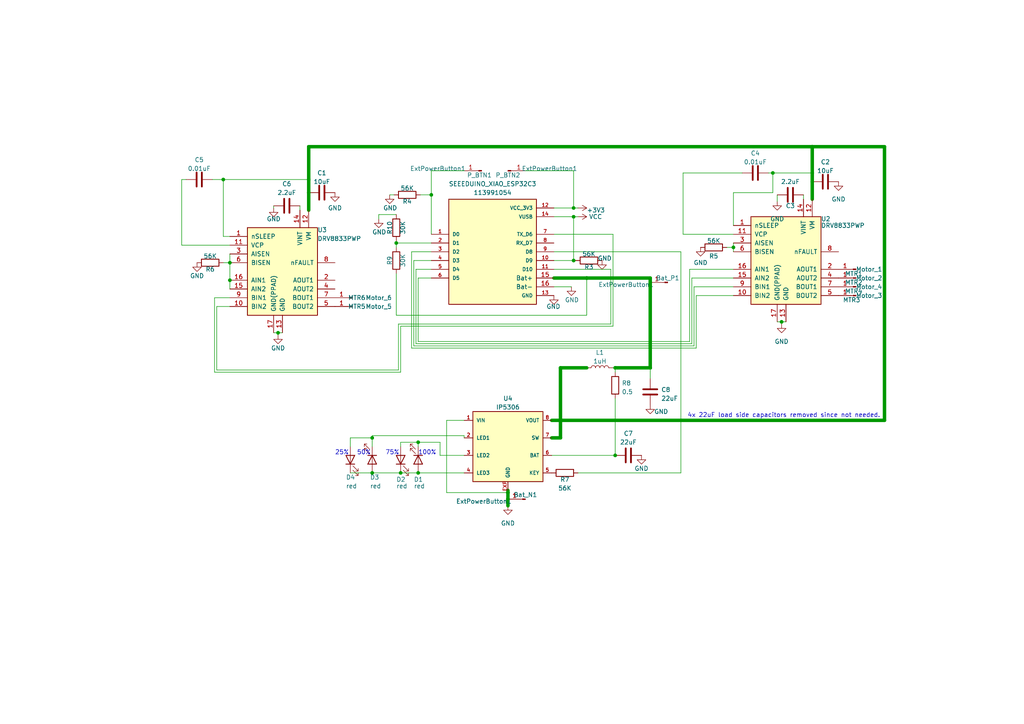
<source format=kicad_sch>
(kicad_sch (version 20230121) (generator eeschema)
  (paper "A4")
  (lib_symbols
    (symbol "113991054:113991054" (pin_names (offset 1.016))
      (property "Reference" "SEEEDUINO_XIAO_ESP32C3" (at 0 19.685 0))
      (property "Value" "113991054" (at 0 17.145 0))
      (symbol "113991054_0_0"
        (rectangle (start -12.7 15.24) (end 12.7 -15.24) (stroke (width 0.254)) (fill (type background)))
        (pin bidirectional line (at -17.78 5.08 0) (length 5.08) (name "D0") (number "1"))
        (pin bidirectional line (at 17.78 -2.54 180) (length 5.08) (name "D9") (number "10"))
        (pin bidirectional line (at 17.78 -5.08 180) (length 5.08) (name "D10") (number "11"))
        (pin power_in line (at 17.78 12.7 180) (length 5.08) (name "VCC_3V3") (number "12"))
        (pin power_in line (at 17.78 -12.7 180) (length 5.08) (name "GND") (number "13"))
        (pin power_in line (at 17.78 10.16 180) (length 5.08) (name "VUSB") (number "14"))
        (pin bidirectional line (at -17.78 2.54 0) (length 5.08) (name "D1") (number "2"))
        (pin bidirectional line (at -17.78 0 0) (length 5.08) (name "D2") (number "3"))
        (pin bidirectional line (at -17.78 -2.54 0) (length 5.08) (name "D3") (number "4"))
        (pin bidirectional line (at -17.78 -5.08 0) (length 5.08) (name "D4") (number "5"))
        (pin bidirectional line (at -17.78 -7.62 0) (length 5.08) (name "D5") (number "6"))
        (pin bidirectional line (at 17.78 5.08 180) (length 5.08) (name "TX_D6") (number "7"))
        (pin bidirectional line (at 17.78 2.54 180) (length 5.08) (name "RX_D7") (number "8"))
        (pin bidirectional line (at 17.78 0 180) (length 5.08) (name "D8") (number "9"))
      )
      (symbol "113991054_1_1"
        (pin bidirectional line (at 17.78 -7.62 180) (length 5.08) (name "Bat+") (number "15"))
        (pin bidirectional line (at 17.78 -10.16 180) (length 5.08) (name "Bat-") (number "16"))
      )
    )
    (symbol "Connector:Conn_01x01_Pin" (pin_names (offset 1.016) hide)
      (property "Reference" "J" (at 0 2.54 0))
      (property "Value" "Conn_01x01_Pin" (at 0 -2.54 0))
      (symbol "Conn_01x01_Pin_1_1"
        (polyline (pts (xy 1.27 0) (xy 0.8636 0)) (stroke (width 0.1524)))
        (rectangle (start 0.8636 0.127) (end 0 -0.127) (stroke (width 0.1524)) (fill (type outline)))
        (pin passive line (at 5.08 0 180) (length 3.81) (name "Pin_1") (number "1"))
      )
    )
    (symbol "Device:C" (pin_numbers hide) (pin_names (offset 0.254))
      (property "Reference" "C" (at 0.635 2.54 0))
      (property "Value" "C" (at 0.635 -2.54 0))
      (symbol "C_0_1"
        (polyline (pts (xy -2.032 -0.762) (xy 2.032 -0.762)) (stroke (width 0.508)))
        (polyline (pts (xy -2.032 0.762) (xy 2.032 0.762)) (stroke (width 0.508)))
      )
      (symbol "C_1_1"
        (pin passive line (at 0 3.81 270) (length 2.794) (name "~") (number "1"))
        (pin passive line (at 0 -3.81 90) (length 2.794) (name "~") (number "2"))
      )
    )
    (symbol "Device:L" (pin_numbers hide) (pin_names (offset 1.016) hide)
      (property "Reference" "L" (at -1.27 0 90))
      (property "Value" "L" (at 1.905 0 90))
      (symbol "L_0_1"
        (arc (start 0 -2.54) (mid 0.6323 -1.905) (end 0 -1.27))
        (arc (start 0 -1.27) (mid 0.6323 -0.635) (end 0 0))
        (arc (start 0 0) (mid 0.6323 0.635) (end 0 1.27))
        (arc (start 0 1.27) (mid 0.6323 1.905) (end 0 2.54))
      )
      (symbol "L_1_1"
        (pin passive line (at 0 3.81 270) (length 1.27) (name "1") (number "1"))
        (pin passive line (at 0 -3.81 90) (length 1.27) (name "2") (number "2"))
      )
    )
    (symbol "Device:LED" (pin_numbers hide) (pin_names (offset 1.016) hide)
      (property "Reference" "D" (at 0 2.54 0))
      (property "Value" "LED" (at 0 -2.54 0))
      (symbol "LED_0_1"
        (polyline (pts (xy -1.27 -1.27) (xy -1.27 1.27)) (stroke (width 0.254)))
        (polyline (pts (xy -1.27 0) (xy 1.27 0)))
        (polyline (pts (xy 1.27 -1.27) (xy 1.27 1.27) (xy -1.27 0) (xy 1.27 -1.27)) (stroke (width 0.254)))
        (polyline (pts (xy -3.048 -0.762) (xy -4.572 -2.286) (xy -3.81 -2.286) (xy -4.572 -2.286) (xy -4.572 -1.524)))
        (polyline (pts (xy -1.778 -0.762) (xy -3.302 -2.286) (xy -2.54 -2.286) (xy -3.302 -2.286) (xy -3.302 -1.524)))
      )
      (symbol "LED_1_1"
        (pin passive line (at -3.81 0 0) (length 2.54) (name "K") (number "1"))
        (pin passive line (at 3.81 0 180) (length 2.54) (name "A") (number "2"))
      )
    )
    (symbol "Device:R" (pin_numbers hide) (pin_names (offset 0))
      (property "Reference" "R" (at 2.032 0 90))
      (property "Value" "R" (at 0 0 90))
      (symbol "R_0_1"
        (rectangle (start -1.016 -2.54) (end 1.016 2.54) (stroke (width 0.254)))
      )
      (symbol "R_1_1"
        (pin passive line (at 0 3.81 270) (length 1.27) (name "~") (number "1"))
        (pin passive line (at 0 -3.81 90) (length 1.27) (name "~") (number "2"))
      )
    )
    (symbol "Driver_Motor:DRV8833PWP" (pin_names (offset 1.016))
      (property "Reference" "U" (at -3.81 16.51 0))
      (property "Value" "DRV8833PWP" (at -3.81 13.97 0))
      (symbol "DRV8833PWP_0_1"
        (rectangle (start -10.16 12.7) (end 10.16 -12.7) (stroke (width 0.254)) (fill (type background)))
      )
      (symbol "DRV8833PWP_1_1"
        (pin input line (at -15.24 10.16 0) (length 5.08) (name "nSLEEP") (number "1"))
        (pin input line (at -15.24 -10.16 0) (length 5.08) (name "BIN2") (number "10"))
        (pin bidirectional line (at -15.24 7.62 0) (length 5.08) (name "VCP") (number "11"))
        (pin power_in line (at 7.62 17.78 270) (length 5.08) (name "VM") (number "12"))
        (pin power_in line (at 0 -17.78 90) (length 5.08) (name "GND") (number "13"))
        (pin power_in line (at 5.08 17.78 270) (length 5.08) (name "VINT") (number "14"))
        (pin input line (at -15.24 -5.08 0) (length 5.08) (name "AIN2") (number "15"))
        (pin input line (at -15.24 -2.54 0) (length 5.08) (name "AIN1") (number "16"))
        (pin power_in line (at -2.54 -17.78 90) (length 5.08) (name "GND(PPAD)") (number "17"))
        (pin power_out line (at 15.24 -2.54 180) (length 5.08) (name "AOUT1") (number "2"))
        (pin bidirectional line (at -15.24 5.08 0) (length 5.08) (name "AISEN") (number "3"))
        (pin power_out line (at 15.24 -5.08 180) (length 5.08) (name "AOUT2") (number "4"))
        (pin power_out line (at 15.24 -10.16 180) (length 5.08) (name "BOUT2") (number "5"))
        (pin bidirectional line (at -15.24 2.54 0) (length 5.08) (name "BISEN") (number "6"))
        (pin power_out line (at 15.24 -7.62 180) (length 5.08) (name "BOUT1") (number "7"))
        (pin open_collector line (at 15.24 2.54 180) (length 5.08) (name "nFAULT") (number "8"))
        (pin input line (at -15.24 -7.62 0) (length 5.08) (name "BIN1") (number "9"))
      )
    )
    (symbol "IP5306:IP5306" (pin_names (offset 1.016))
      (property "Reference" "U" (at -10.16 10.922 0))
      (property "Value" "IP5306" (at 2.54 -12.7 0))
      (symbol "IP5306_0_0"
        (rectangle (start -10.16 -10.16) (end 10.16 10.16) (stroke (width 0.254)) (fill (type background)))
        (pin bidirectional line (at -12.7 7.62 0) (length 2.54) (name "VIN") (number "1"))
        (pin bidirectional line (at -12.7 2.54 0) (length 2.54) (name "LED1") (number "2"))
        (pin bidirectional line (at -12.7 -2.54 0) (length 2.54) (name "LED2") (number "3"))
        (pin bidirectional line (at -12.7 -7.62 0) (length 2.54) (name "LED3") (number "4"))
        (pin bidirectional line (at 12.7 -7.62 180) (length 2.54) (name "KEY") (number "5"))
        (pin bidirectional line (at 12.7 -2.54 180) (length 2.54) (name "BAT") (number "6"))
        (pin bidirectional line (at 12.7 2.54 180) (length 2.54) (name "SW") (number "7"))
        (pin bidirectional line (at 12.7 7.62 180) (length 2.54) (name "VOUT") (number "8"))
        (pin bidirectional line (at 0 -12.7 90) (length 2.54) (name "GND") (number "EXP"))
      )
    )
    (symbol "power:+3V3" (power) (pin_names (offset 0))
      (property "Value" "+3V3" (at 0 3.556 0))
      (symbol "+3V3_0_1"
        (polyline (pts (xy -0.762 1.27) (xy 0 2.54)))
        (polyline (pts (xy 0 0) (xy 0 2.54)))
        (polyline (pts (xy 0 2.54) (xy 0.762 1.27)))
      )
      (symbol "+3V3_1_1"
        (pin power_in line (at 0 0 90) (length 0) hide (name "+3V3") (number "1"))
      )
    )
    (symbol "power:GND" (power) (pin_names (offset 0))
      (property "Value" "GND" (at 0 -3.81 0))
      (symbol "GND_0_1"
        (polyline (pts (xy 0 0) (xy 0 -1.27) (xy 1.27 -1.27) (xy 0 -2.54) (xy -1.27 -1.27) (xy 0 -1.27)))
      )
      (symbol "GND_1_1"
        (pin power_in line (at 0 0 270) (length 0) hide (name "GND") (number "1"))
      )
    )
    (symbol "power:VCC" (power) (pin_names (offset 0))
      (property "Value" "VCC" (at 0 3.81 0))
      (symbol "VCC_0_1"
        (polyline (pts (xy -0.762 1.27) (xy 0 2.54)))
        (polyline (pts (xy 0 0) (xy 0 2.54)))
        (polyline (pts (xy 0 2.54) (xy 0.762 1.27)))
      )
      (symbol "VCC_1_1"
        (pin power_in line (at 0 0 90) (length 0) hide (name "VCC") (number "1"))
      )
    )
  )
  (junction (at 224.155 50.165))
  (junction (at 114.935 70.485))
  (junction (at 226.695 93.345))
  (junction (at 178.435 106.68))
  (junction (at 121.285 128.27))
  (junction (at 188.595 81.915))
  (junction (at 80.645 96.52))
  (junction (at 235.585 50.165))
  (junction (at 235.585 42.545))
  (junction (at 64.77 52.07))
  (junction (at 89.535 52.07))
  (junction (at 107.95 137.16))
  (junction (at 147.32 144.78))
  (junction (at 166.37 62.865))
  (junction (at 188.595 106.68))
  (junction (at 147.32 142.875))
  (junction (at 166.37 60.325))
  (junction (at 235.585 52.705))
  (junction (at 116.205 137.16))
  (junction (at 89.535 55.88))
  (junction (at 125.095 56.515))
  (junction (at 170.18 80.645))
  (junction (at 107.95 127))
  (junction (at 121.285 137.16))
  (junction (at 178.435 132.08))
  (junction (at 66.675 76.2))
  (junction (at 166.37 75.565))
  (junction (at 66.675 81.28))
  (junction (at 212.725 71.755))
  (wire (pts (xy 167.005 75.565) (xy 166.37 75.565)))
  (wire (pts (xy 64.77 68.58) (xy 66.675 68.58)))
  (wire (pts (xy 162.56 127) (xy 160.02 127)) (stroke (width 1)))
  (wire (pts (xy 188.595 106.68) (xy 188.595 109.855)))
  (wire (pts (xy 116.205 137.16) (xy 121.285 137.16)))
  (wire (pts (xy 120.65 99.695) (xy 200.66 99.695)))
  (wire (pts (xy 166.37 49.53) (xy 166.37 60.325)))
  (wire (pts (xy 66.675 76.2) (xy 64.77 76.2)))
  (wire (pts (xy 64.77 52.07) (xy 89.535 52.07)))
  (wire (pts (xy 198.12 50.165) (xy 198.12 67.945)))
  (wire (pts (xy 107.95 126.365) (xy 134.62 126.365)))
  (wire (pts (xy 113.03 56.515) (xy 114.3 56.515)))
  (wire (pts (xy 224.155 50.165) (xy 235.585 50.165)))
  (wire (pts (xy 188.595 80.645) (xy 170.18 80.645)) (stroke (width 1)))
  (wire (pts (xy 107.95 126.365) (xy 107.95 127)))
  (wire (pts (xy 116.205 107.95) (xy 62.23 107.95)))
  (wire (pts (xy 61.595 52.07) (xy 64.77 52.07)))
  (wire (pts (xy 222.885 50.165) (xy 224.155 50.165)))
  (wire (pts (xy 160.02 121.92) (xy 256.54 121.92)) (stroke (width 1)))
  (wire (pts (xy 200.025 78.105) (xy 200.025 99.06)))
  (wire (pts (xy 80.645 96.52) (xy 80.645 97.155)))
  (wire (pts (xy 170.18 91.44) (xy 170.18 80.645)))
  (wire (pts (xy 235.585 42.545) (xy 235.585 50.165)) (stroke (width 1)))
  (wire (pts (xy 201.93 85.725) (xy 201.93 100.965)))
  (wire (pts (xy 107.95 127) (xy 107.95 129.54)))
  (wire (pts (xy 121.285 80.645) (xy 121.285 99.06)))
  (wire (pts (xy 121.285 99.06) (xy 200.025 99.06)))
  (wire (pts (xy 62.865 88.9) (xy 62.865 107.315)))
  (wire (pts (xy 178.435 115.57) (xy 178.435 132.08)))
  (wire (pts (xy 81.915 96.52) (xy 80.645 96.52)))
  (wire (pts (xy 134.62 126.365) (xy 134.62 127)))
  (wire (pts (xy 66.675 76.2) (xy 66.675 81.28)))
  (wire (pts (xy 66.675 73.66) (xy 66.675 76.2)))
  (wire (pts (xy 64.77 52.07) (xy 64.77 68.58)))
  (wire (pts (xy 120.015 100.33) (xy 201.295 100.33)))
  (wire (pts (xy 121.285 80.645) (xy 125.095 80.645)))
  (wire (pts (xy 52.705 52.07) (xy 52.705 71.12)))
  (wire (pts (xy 256.54 121.92) (xy 256.54 42.545)) (stroke (width 1)))
  (wire (pts (xy 178.435 106.68) (xy 188.595 106.68)) (stroke (width 1)))
  (wire (pts (xy 89.535 42.545) (xy 89.535 52.07)) (stroke (width 1)))
  (wire (pts (xy 167.64 62.865) (xy 166.37 62.865)))
  (wire (pts (xy 215.265 50.165) (xy 198.12 50.165)))
  (wire (pts (xy 224.155 50.165) (xy 224.155 55.88)))
  (wire (pts (xy 225.425 93.345) (xy 226.695 93.345)))
  (wire (pts (xy 114.935 91.44) (xy 170.18 91.44)))
  (wire (pts (xy 119.38 73.025) (xy 119.38 100.965)))
  (wire (pts (xy 166.37 60.325) (xy 167.64 60.325)))
  (wire (pts (xy 116.205 94.615) (xy 116.205 107.95)))
  (wire (pts (xy 121.285 128.27) (xy 121.285 129.54)))
  (wire (pts (xy 89.535 55.88) (xy 89.535 60.96)) (stroke (width 1)))
  (wire (pts (xy 107.95 137.16) (xy 116.205 137.16)))
  (wire (pts (xy 109.855 62.23) (xy 114.935 62.23)))
  (wire (pts (xy 147.32 142.24) (xy 147.32 142.875)) (stroke (width 1)))
  (wire (pts (xy 120.65 78.105) (xy 120.65 99.695)))
  (wire (pts (xy 125.095 49.53) (xy 134.62 49.53)))
  (wire (pts (xy 89.535 42.545) (xy 235.585 42.545)) (stroke (width 1)))
  (wire (pts (xy 227.965 93.345) (xy 226.695 93.345)))
  (wire (pts (xy 119.38 73.025) (xy 125.095 73.025)))
  (wire (pts (xy 160.655 62.865) (xy 166.37 62.865)))
  (wire (pts (xy 134.62 121.92) (xy 129.54 121.92)))
  (wire (pts (xy 115.57 93.98) (xy 115.57 107.315)))
  (wire (pts (xy 188.595 106.68) (xy 188.595 81.915)) (stroke (width 1)))
  (wire (pts (xy 114.935 70.485) (xy 114.935 71.755)))
  (wire (pts (xy 114.935 70.485) (xy 125.095 70.485)))
  (wire (pts (xy 225.425 56.515) (xy 225.425 58.42)))
  (wire (pts (xy 62.23 107.95) (xy 62.23 86.36)))
  (wire (pts (xy 177.165 93.98) (xy 115.57 93.98)))
  (wire (pts (xy 120.015 75.565) (xy 120.015 100.33)))
  (wire (pts (xy 62.865 88.9) (xy 66.675 88.9)))
  (wire (pts (xy 109.855 62.23) (xy 109.855 63.5)))
  (wire (pts (xy 129.54 121.92) (xy 129.54 142.875)))
  (wire (pts (xy 121.92 56.515) (xy 125.095 56.515)))
  (wire (pts (xy 226.695 93.345) (xy 226.695 93.98)))
  (wire (pts (xy 235.585 52.705) (xy 235.585 57.785)) (stroke (width 1)))
  (wire (pts (xy 162.56 106.68) (xy 170.18 106.68)) (stroke (width 1)))
  (wire (pts (xy 79.375 96.52) (xy 80.645 96.52)))
  (wire (pts (xy 177.8 94.615) (xy 116.205 94.615)))
  (wire (pts (xy 166.37 62.865) (xy 166.37 75.565)))
  (wire (pts (xy 101.6 129.54) (xy 101.6 127)))
  (wire (pts (xy 114.935 79.375) (xy 114.935 91.44)))
  (wire (pts (xy 115.57 107.315) (xy 62.865 107.315)))
  (wire (pts (xy 160.02 132.08) (xy 178.435 132.08)))
  (wire (pts (xy 79.375 59.69) (xy 79.375 60.325)))
  (wire (pts (xy 147.32 144.78) (xy 147.32 146.685)) (stroke (width 1)))
  (wire (pts (xy 177.8 67.945) (xy 177.8 94.615)))
  (wire (pts (xy 127.635 128.27) (xy 121.285 128.27)))
  (wire (pts (xy 66.675 81.28) (xy 66.675 83.82)))
  (wire (pts (xy 89.535 52.07) (xy 89.535 55.88)) (stroke (width 1)))
  (wire (pts (xy 212.725 71.755) (xy 212.725 70.485)))
  (wire (pts (xy 200.66 80.645) (xy 200.66 99.695)))
  (wire (pts (xy 160.655 73.025) (xy 197.485 73.025)))
  (wire (pts (xy 200.025 78.105) (xy 212.725 78.105)))
  (wire (pts (xy 224.155 55.88) (xy 212.725 55.88)))
  (wire (pts (xy 101.6 127) (xy 107.95 127)))
  (wire (pts (xy 160.655 75.565) (xy 166.37 75.565)))
  (wire (pts (xy 162.56 106.68) (xy 162.56 127)) (stroke (width 1)))
  (wire (pts (xy 101.6 137.16) (xy 107.95 137.16)))
  (wire (pts (xy 134.62 132.08) (xy 127.635 132.08)))
  (wire (pts (xy 160.655 67.945) (xy 177.8 67.945)))
  (wire (pts (xy 114.935 69.85) (xy 114.935 70.485)))
  (wire (pts (xy 160.655 60.325) (xy 166.37 60.325)))
  (wire (pts (xy 165.735 83.185) (xy 160.655 83.185)))
  (wire (pts (xy 62.23 86.36) (xy 66.675 86.36)))
  (wire (pts (xy 235.585 42.545) (xy 256.54 42.545)) (stroke (width 1)))
  (wire (pts (xy 197.485 73.025) (xy 197.485 137.16)))
  (wire (pts (xy 160.655 78.105) (xy 177.165 78.105)))
  (wire (pts (xy 167.64 137.16) (xy 197.485 137.16)))
  (wire (pts (xy 201.93 85.725) (xy 212.725 85.725)))
  (wire (pts (xy 52.705 71.12) (xy 66.675 71.12)))
  (wire (pts (xy 170.18 80.645) (xy 160.655 80.645)) (stroke (width 1)))
  (wire (pts (xy 120.015 75.565) (xy 125.095 75.565)))
  (wire (pts (xy 212.725 71.755) (xy 212.725 73.025)))
  (wire (pts (xy 127.635 132.08) (xy 127.635 128.27)))
  (wire (pts (xy 198.12 67.945) (xy 212.725 67.945)))
  (wire (pts (xy 212.725 80.645) (xy 200.66 80.645)))
  (wire (pts (xy 235.585 50.165) (xy 235.585 52.705)) (stroke (width 1)))
  (wire (pts (xy 119.38 100.965) (xy 201.93 100.965)))
  (wire (pts (xy 178.435 106.68) (xy 178.435 107.95)))
  (wire (pts (xy 212.725 71.755) (xy 210.82 71.755)))
  (wire (pts (xy 86.995 59.69) (xy 86.995 60.96)))
  (wire (pts (xy 125.095 49.53) (xy 125.095 56.515)))
  (wire (pts (xy 121.285 137.16) (xy 134.62 137.16)))
  (wire (pts (xy 116.205 128.27) (xy 121.285 128.27)))
  (wire (pts (xy 188.595 81.915) (xy 188.595 80.645)) (stroke (width 1)))
  (wire (pts (xy 233.045 56.515) (xy 233.045 57.785)))
  (wire (pts (xy 201.295 83.185) (xy 212.725 83.185)))
  (wire (pts (xy 129.54 142.875) (xy 147.32 142.875)))
  (wire (pts (xy 147.32 142.875) (xy 147.32 144.78)) (stroke (width 1)))
  (wire (pts (xy 52.705 52.07) (xy 53.975 52.07)))
  (wire (pts (xy 120.65 78.105) (xy 125.095 78.105)))
  (wire (pts (xy 177.8 106.68) (xy 178.435 106.68)))
  (wire (pts (xy 166.37 49.53) (xy 152.4 49.53)))
  (wire (pts (xy 212.725 55.88) (xy 212.725 65.405)))
  (wire (pts (xy 201.295 83.185) (xy 201.295 100.33)))
  (wire (pts (xy 116.205 128.27) (xy 116.205 129.54)))
  (wire (pts (xy 177.165 78.105) (xy 177.165 93.98)))
  (wire (pts (xy 125.095 56.515) (xy 125.095 67.945)))
  (text "75%" (at 111.76 132.08 0) (effects (font (size 1.27 1.27)) (justify left bottom)))
  (text "100%" (at 121.285 132.08 0) (effects (font (size 1.27 1.27)) (justify left bottom)))
  (text "4x 22uF load side capacitors removed since not needed." (at 199.39 121.285 0) (effects (font (size 1.27 1.27)) (justify left bottom)))
  (text "25%" (at 97.155 132.08 0) (effects (font (size 1.27 1.27)) (justify left bottom)))
  (text "50%" (at 103.505 132.08 0) (effects (font (size 1.27 1.27)) (justify left bottom)))
  (symbol (lib_id "Driver_Motor:DRV8833PWP") (at 227.965 75.565 0) (unit 1)
    (property "Reference" "U2" (at 238.125 63.5 0) (effects (justify left)))
    (property "Value" "DRV8833PWP" (at 238.125 65.405 0) (effects (justify left)))
    (property "Footprint" "Package_SO:HTSSOP-16-1EP_4.4x5mm_P0.65mm_EP3.4x5mm_Mask2.46x2.31mm_ThermalVias" (effects hide))
    (property "Datasheet" "http://www.ti.com/lit/ds/symlink/drv8833.pdf" (effects hide))
  )
  (symbol (lib_id "power:GND") (at 109.855 63.5 0) (unit 1)
    (property "Reference" "#PWR020" (effects hide))
    (property "Value" "GND" (at 107.95 67.31 0) (effects (justify left)))
  )
  (symbol (lib_id "power:GND") (at 225.425 58.42 0) (unit 1)
    (property "Reference" "#PWR016" (effects hide))
    (property "Value" "GND" (at 225.425 63.5 0))
  )
  (symbol (lib_id "Device:C") (at 229.235 56.515 270) (unit 1)
    (property "Reference" "C3" (at 229.235 59.69 90))
    (property "Value" "2.2uF" (at 229.235 52.705 90))
    (property "Footprint" "Capacitor_SMD:C_1206_3216Metric_Pad1.33x1.80mm_HandSolder" (effects hide))
  )
  (symbol (lib_id "Device:R") (at 178.435 111.76 180) (unit 1)
    (property "Reference" "R8" (at 180.34 111.125 0) (effects (justify right)))
    (property "Value" "0.5" (at 180.34 113.665 0) (effects (justify right)))
    (property "Footprint" "Resistor_SMD:R_1206_3216Metric_Pad1.30x1.75mm_HandSolder" (effects hide))
  )
  (symbol (lib_id "Connector:Conn_01x01_Pin") (at 193.675 81.915 180) (unit 1)
    (property "Reference" "Bat_P1" (at 193.675 80.645 0))
    (property "Value" "ExtPowerButton1" (at 181.61 82.55 0))
    (property "Footprint" "Connector_Pin:Pin_D1.0mm_L10.0mm" (effects hide))
  )
  (symbol (lib_id "power:GND") (at 97.155 55.88 0) (unit 1)
    (property "Reference" "#PWR013" (effects hide))
    (property "Value" "GND" (at 97.155 60.325 0))
  )
  (symbol (lib_id "Connector:Conn_01x01_Pin") (at 139.7 49.53 180) (unit 1)
    (property "Reference" "P_BTN1" (at 139.065 50.8 0))
    (property "Value" "ExtPowerButton1" (at 127 48.895 0))
    (property "Footprint" "Connector_Pin:Pin_D1.0mm_L10.0mm" (effects hide))
  )
  (symbol (lib_id "power:GND") (at 80.645 97.155 0) (unit 1)
    (property "Reference" "#PWR08" (effects hide))
    (property "Value" "GND" (at 80.645 100.965 0))
  )
  (symbol (lib_id "Connector:Conn_01x01_Pin") (at 248.285 83.185 180) (unit 1)
    (property "Reference" "MTR4" (at 247.65 84.455 0))
    (property "Value" "Motor_4" (at 252.095 83.185 0))
    (property "Footprint" "Connector_Pin:Pin_D1.0mm_L10.0mm" (effects hide))
  )
  (symbol (lib_id "Connector:Conn_01x01_Pin") (at 102.235 86.36 180) (unit 1)
    (property "Reference" "MTR6" (at 103.505 86.36 0))
    (property "Value" "Motor_6" (at 109.855 86.36 0))
    (property "Footprint" "Connector_Pin:Pin_D1.0mm_L10.0mm" (effects hide))
  )
  (symbol (lib_id "Device:C") (at 57.785 52.07 90) (unit 1)
    (property "Reference" "C5" (at 57.785 46.355 90))
    (property "Value" "0.01uF" (at 57.785 48.895 90))
    (property "Footprint" "Capacitor_SMD:C_1206_3216Metric_Pad1.33x1.80mm_HandSolder" (effects hide))
  )
  (symbol (lib_id "power:GND") (at 57.15 76.2 0) (unit 1)
    (property "Reference" "#PWR07" (effects hide))
    (property "Value" "GND" (at 57.15 80.01 0))
  )
  (symbol (lib_id "power:GND") (at 160.655 85.725 0) (unit 1)
    (property "Reference" "#PWR04" (effects hide))
    (property "Value" "GND" (at 162.56 88.9 0) (effects (justify right)))
  )
  (symbol (lib_id "Device:C") (at 182.245 132.08 90) (unit 1)
    (property "Reference" "C7" (at 182.245 125.73 90))
    (property "Value" "22uF" (at 182.245 128.27 90))
    (property "Footprint" "Capacitor_SMD:C_1206_3216Metric_Pad1.33x1.80mm_HandSolder" (effects hide))
  )
  (symbol (lib_id "Device:LED") (at 107.95 133.35 270) (unit 1)
    (property "Reference" "D3" (at 107.315 138.43 90) (effects (justify left)))
    (property "Value" "red" (at 107.315 140.97 90) (effects (justify left)))
    (property "Footprint" "LED_SMD:LED_0805_2012Metric_Pad1.15x1.40mm_HandSolder" (effects hide))
  )
  (symbol (lib_id "Device:R") (at 114.935 75.565 0) (unit 1)
    (property "Reference" "R9" (at 113.03 75.565 90))
    (property "Value" "30K" (at 116.84 75.565 90))
    (property "Footprint" "Resistor_SMD:R_1206_3216Metric_Pad1.30x1.75mm_HandSolder" (effects hide))
  )
  (symbol (lib_id "113991054:113991054") (at 142.875 73.025 0) (unit 1)
    (property "Reference" "SEEEDUINO_XIAO_ESP32C3" (at 142.875 53.34 0))
    (property "Value" "113991054" (at 142.875 55.88 0))
    (property "Footprint" "113991054:MODULE_113991054" (effects hide))
    (property "PARTREV" "23/05/2022" (effects hide))
    (property "MANUFACTURER" "Seeed Technology" (effects hide))
    (property "SNAPEDA_PN" "113991054" (effects hide))
    (property "MAXIMUM_PACKAGE_HEIGHT" "N/A" (effects hide))
    (property "STANDARD" "Manufacturer Recommendations" (effects hide))
  )
  (symbol (lib_id "Connector:Conn_01x01_Pin") (at 248.285 80.645 180) (unit 1)
    (property "Reference" "MTR2" (at 247.65 81.915 0))
    (property "Value" "Motor_2" (at 252.095 80.645 0))
    (property "Footprint" "Connector_Pin:Pin_D1.0mm_L10.0mm" (effects hide))
  )
  (symbol (lib_id "Device:C") (at 93.345 55.88 90) (unit 1)
    (property "Reference" "C1" (at 93.345 50.165 90))
    (property "Value" "10uF" (at 93.345 52.705 90))
    (property "Footprint" "Capacitor_SMD:C_1206_3216Metric_Pad1.33x1.80mm_HandSolder" (effects hide))
  )
  (symbol (lib_id "Connector:Conn_01x01_Pin") (at 102.235 88.9 180) (unit 1)
    (property "Reference" "MTR5" (at 103.505 88.9 0))
    (property "Value" "Motor_5" (at 109.855 88.9 0))
    (property "Footprint" "Connector_Pin:Pin_D1.0mm_L10.0mm" (effects hide))
  )
  (symbol (lib_id "power:GND") (at 174.625 75.565 0) (unit 1)
    (property "Reference" "#PWR09" (effects hide))
    (property "Value" "GND" (at 173.355 74.93 0) (effects (justify left)))
  )
  (symbol (lib_id "Device:LED") (at 121.285 133.35 270) (unit 1)
    (property "Reference" "D1" (at 120.015 139.065 90) (effects (justify left)))
    (property "Value" "red" (at 120.015 140.97 90) (effects (justify left)))
    (property "Footprint" "LED_SMD:LED_0805_2012Metric_Pad1.15x1.40mm_HandSolder" (effects hide))
  )
  (symbol (lib_id "power:GND") (at 147.32 146.685 0) (unit 1)
    (property "Reference" "#PWR012" (effects hide))
    (property "Value" "GND" (at 147.32 151.765 0))
  )
  (symbol (lib_id "Device:R") (at 163.83 137.16 90) (unit 1)
    (property "Reference" "R7" (at 163.83 139.065 90))
    (property "Value" "56K" (at 163.83 141.605 90))
    (property "Footprint" "Resistor_SMD:R_1206_3216Metric_Pad1.30x1.75mm_HandSolder" (effects hide))
  )
  (symbol (lib_id "power:GND") (at 79.375 60.325 0) (unit 1)
    (property "Reference" "#PWR017" (effects hide))
    (property "Value" "GND" (at 79.375 63.5 0))
  )
  (symbol (lib_id "Connector:Conn_01x01_Pin") (at 248.285 78.105 180) (unit 1)
    (property "Reference" "MTR1" (at 247.65 79.375 0))
    (property "Value" "Motor_1" (at 252.095 78.105 0))
    (property "Footprint" "Connector_Pin:Pin_D1.0mm_L10.0mm" (effects hide))
  )
  (symbol (lib_id "Device:C") (at 188.595 113.665 180) (unit 1)
    (property "Reference" "C8" (at 191.77 113.03 0) (effects (justify right)))
    (property "Value" "22uF" (at 191.77 115.57 0) (effects (justify right)))
    (property "Footprint" "Capacitor_SMD:C_1206_3216Metric_Pad1.33x1.80mm_HandSolder" (effects hide))
  )
  (symbol (lib_id "Device:R") (at 170.815 75.565 90) (unit 1)
    (property "Reference" "R3" (at 170.815 77.47 90))
    (property "Value" "56K" (at 170.815 73.66 90))
    (property "Footprint" "Resistor_SMD:R_1206_3216Metric_Pad1.30x1.75mm_HandSolder" (effects hide))
  )
  (symbol (lib_id "power:GND") (at 188.595 117.475 0) (unit 1)
    (property "Reference" "#PWR019" (effects hide))
    (property "Value" "GND" (at 191.77 119.38 0))
  )
  (symbol (lib_id "IP5306:IP5306") (at 147.32 129.54 0) (unit 1)
    (property "Reference" "U4" (at 147.32 115.57 0))
    (property "Value" "IP5306" (at 147.32 118.11 0))
    (property "Footprint" "IP5306:SOP8-P" (effects hide))
  )
  (symbol (lib_id "Device:R") (at 114.935 66.04 0) (unit 1)
    (property "Reference" "R10" (at 113.03 66.04 90))
    (property "Value" "30K" (at 116.84 66.04 90))
    (property "Footprint" "Resistor_SMD:R_1206_3216Metric_Pad1.30x1.75mm_HandSolder" (effects hide))
  )
  (symbol (lib_id "power:GND") (at 243.205 52.705 0) (unit 1)
    (property "Reference" "#PWR015" (effects hide))
    (property "Value" "GND" (at 243.205 57.785 0))
  )
  (symbol (lib_id "Device:L") (at 173.99 106.68 90) (unit 1)
    (property "Reference" "L1" (at 173.99 102.235 90))
    (property "Value" "1uH" (at 173.99 104.775 90))
    (property "Footprint" "Inductor_SMD:L_1206_3216Metric_Pad1.42x1.75mm_HandSolder" (effects hide))
  )
  (symbol (lib_id "Connector:Conn_01x01_Pin") (at 147.32 49.53 0) (unit 1)
    (property "Reference" "P_BTN2" (at 147.32 50.8 0))
    (property "Value" "ExtPowerButton1" (at 159.385 48.895 0))
    (property "Footprint" "Connector_Pin:Pin_D1.0mm_L10.0mm" (effects hide))
  )
  (symbol (lib_id "power:GND") (at 203.2 71.755 0) (unit 1)
    (property "Reference" "#PWR02" (effects hide))
    (property "Value" "GND" (at 203.2 76.2 0))
  )
  (symbol (lib_id "power:GND") (at 186.055 132.08 0) (unit 1)
    (property "Reference" "#PWR018" (effects hide))
    (property "Value" "GND" (at 186.055 135.89 0))
  )
  (symbol (lib_id "power:+3V3") (at 167.64 60.325 270) (unit 1)
    (property "Reference" "#PWR05" (effects hide))
    (property "Value" "+3V3" (at 170.18 60.96 90) (effects (justify left)))
  )
  (symbol (lib_id "power:VCC") (at 167.64 62.865 270) (unit 1)
    (property "Reference" "#PWR011" (effects hide))
    (property "Value" "VCC" (at 170.815 62.865 90) (effects (justify left)))
  )
  (symbol (lib_id "Connector:Conn_01x01_Pin") (at 152.4 144.78 180) (unit 1)
    (property "Reference" "Bat_N1" (at 152.4 143.51 0))
    (property "Value" "ExtPowerButton1" (at 140.335 145.415 0))
    (property "Footprint" "Connector_Pin:Pin_D1.0mm_L10.0mm" (effects hide))
  )
  (symbol (lib_id "Device:LED") (at 116.205 133.35 90) (unit 1)
    (property "Reference" "D2" (at 114.935 139.065 90) (effects (justify right)))
    (property "Value" "red" (at 114.935 140.97 90) (effects (justify right)))
    (property "Footprint" "LED_SMD:LED_0805_2012Metric_Pad1.15x1.40mm_HandSolder" (effects hide))
  )
  (symbol (lib_id "power:GND") (at 165.735 83.185 0) (unit 1)
    (property "Reference" "#PWR014" (effects hide))
    (property "Value" "GND" (at 163.83 86.995 0) (effects (justify left)))
  )
  (symbol (lib_id "Driver_Motor:DRV8833PWP") (at 81.915 78.74 0) (unit 1)
    (property "Reference" "U3" (at 92.075 66.675 0) (effects (justify left)))
    (property "Value" "DRV8833PWP" (at 92.075 69.215 0) (effects (justify left)))
    (property "Footprint" "Package_SO:HTSSOP-16-1EP_4.4x5mm_P0.65mm_EP3.4x5mm_Mask2.46x2.31mm_ThermalVias" (effects hide))
    (property "Datasheet" "http://www.ti.com/lit/ds/symlink/drv8833.pdf" (effects hide))
  )
  (symbol (lib_id "Device:R") (at 60.96 76.2 90) (unit 1)
    (property "Reference" "R6" (at 60.96 78.105 90))
    (property "Value" "56K" (at 60.96 74.295 90))
    (property "Footprint" "Resistor_SMD:R_1206_3216Metric_Pad1.30x1.75mm_HandSolder" (effects hide))
  )
  (symbol (lib_id "Connector:Conn_01x01_Pin") (at 248.285 85.725 180) (unit 1)
    (property "Reference" "MTR3" (at 247.015 86.995 0))
    (property "Value" "Motor_3" (at 252.095 85.725 0))
    (property "Footprint" "Connector_Pin:Pin_D1.0mm_L10.0mm" (effects hide))
  )
  (symbol (lib_id "Device:C") (at 219.075 50.165 90) (unit 1)
    (property "Reference" "C4" (at 219.075 44.45 90))
    (property "Value" "0.01uF" (at 219.075 46.99 90))
    (property "Footprint" "Capacitor_SMD:C_1206_3216Metric_Pad1.33x1.80mm_HandSolder" (effects hide))
  )
  (symbol (lib_id "Device:R") (at 207.01 71.755 90) (unit 1)
    (property "Reference" "R5" (at 207.01 74.295 90))
    (property "Value" "56K" (at 207.01 69.85 90))
    (property "Footprint" "Resistor_SMD:R_1206_3216Metric_Pad1.30x1.75mm_HandSolder" (effects hide))
  )
  (symbol (lib_id "Device:LED") (at 101.6 133.35 90) (unit 1)
    (property "Reference" "D4" (at 100.33 138.43 90) (effects (justify right)))
    (property "Value" "red" (at 100.33 140.97 90) (effects (justify right)))
    (property "Footprint" "LED_SMD:LED_0805_2012Metric_Pad1.15x1.40mm_HandSolder" (effects hide))
  )
  (symbol (lib_id "Device:C") (at 83.185 59.69 270) (unit 1)
    (property "Reference" "C6" (at 83.185 53.34 90))
    (property "Value" "2.2uF" (at 83.185 55.88 90))
    (property "Footprint" "Capacitor_SMD:C_1206_3216Metric_Pad1.33x1.80mm_HandSolder" (effects hide))
  )
  (symbol (lib_id "power:GND") (at 226.695 93.98 0) (unit 1)
    (property "Reference" "#PWR03" (effects hide))
    (property "Value" "GND" (at 226.695 99.06 0))
  )
  (symbol (lib_id "power:GND") (at 113.03 56.515 0) (unit 1)
    (property "Reference" "#PWR010" (effects hide))
    (property "Value" "GND" (at 111.125 60.325 0) (effects (justify left)))
  )
  (symbol (lib_id "Device:R") (at 118.11 56.515 90) (unit 1)
    (property "Reference" "R4" (at 118.11 58.42 90))
    (property "Value" "56K" (at 118.11 54.61 90))
    (property "Footprint" "Resistor_SMD:R_1206_3216Metric_Pad1.30x1.75mm_HandSolder" (effects hide))
  )
  (symbol (lib_id "Device:C") (at 239.395 52.705 90) (unit 1)
    (property "Reference" "C2" (at 239.395 46.99 90))
    (property "Value" "10uF" (at 239.395 49.53 90))
    (property "Footprint" "Capacitor_SMD:C_1206_3216Metric_Pad1.33x1.80mm_HandSolder" (effects hide))
  )
)
</source>
